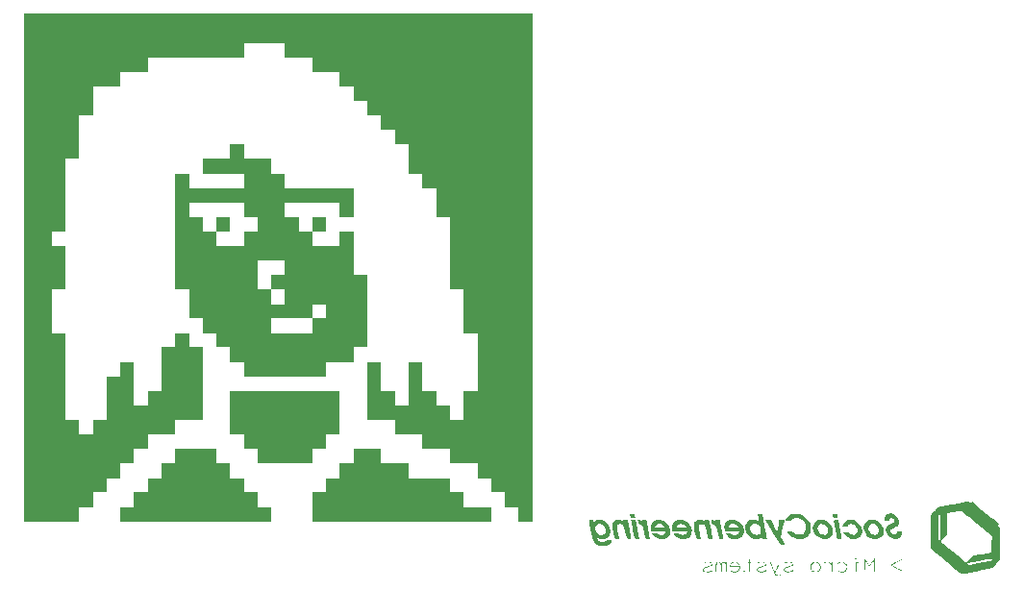
<source format=gbo>
G04 #@! TF.GenerationSoftware,KiCad,Pcbnew,9.0.3*
G04 #@! TF.CreationDate,2025-11-18T14:27:20+09:00*
G04 #@! TF.ProjectId,SpeedJeck,53706565-644a-4656-936b-2e6b69636164,1*
G04 #@! TF.SameCoordinates,Original*
G04 #@! TF.FileFunction,Legend,Bot*
G04 #@! TF.FilePolarity,Positive*
%FSLAX46Y46*%
G04 Gerber Fmt 4.6, Leading zero omitted, Abs format (unit mm)*
G04 Created by KiCad (PCBNEW 9.0.3) date 2025-11-18 14:27:20*
%MOMM*%
%LPD*%
G01*
G04 APERTURE LIST*
%ADD10C,0.000000*%
G04 APERTURE END LIST*
D10*
G36*
X181964487Y-92401040D02*
G01*
X181974487Y-92415856D01*
X181973333Y-92458044D01*
X181941854Y-92478669D01*
X181894351Y-92472822D01*
X181862096Y-92439347D01*
X181860564Y-92426844D01*
X181881961Y-92397262D01*
X181924276Y-92385790D01*
X181964487Y-92401040D01*
G37*
G36*
X180074575Y-88504462D02*
G01*
X180276987Y-88512102D01*
X180309195Y-88681436D01*
X180325124Y-88766745D01*
X180337627Y-88836873D01*
X180343010Y-88871403D01*
X180341891Y-88873706D01*
X180308745Y-88881714D01*
X180238815Y-88885560D01*
X180144516Y-88884429D01*
X180073007Y-88881663D01*
X179999434Y-88874224D01*
X179953722Y-88854101D01*
X179926578Y-88811649D01*
X179908706Y-88737224D01*
X179890811Y-88621180D01*
X179872162Y-88496822D01*
X180074575Y-88504462D01*
G37*
G36*
X177314526Y-92968233D02*
G01*
X177416221Y-92973712D01*
X177475771Y-92983924D01*
X177498514Y-92999436D01*
X177498607Y-93006085D01*
X177478534Y-93018408D01*
X177424924Y-93026397D01*
X177331606Y-93030708D01*
X177192411Y-93032000D01*
X177127759Y-93031782D01*
X177008651Y-93029297D01*
X176932820Y-93023516D01*
X176894096Y-93013781D01*
X176886308Y-92999436D01*
X176903122Y-92986017D01*
X176956474Y-92975002D01*
X177051125Y-92968810D01*
X177192411Y-92966872D01*
X177314526Y-92968233D01*
G37*
G36*
X162470762Y-88664031D02*
G01*
X162484215Y-88744846D01*
X162495252Y-88819232D01*
X162499488Y-88859416D01*
X162484115Y-88874315D01*
X162420255Y-88885989D01*
X162305859Y-88889846D01*
X162300007Y-88889848D01*
X162199587Y-88888791D01*
X162138463Y-88878787D01*
X162104424Y-88849773D01*
X162085259Y-88791685D01*
X162068756Y-88694461D01*
X162065921Y-88677182D01*
X162051732Y-88599531D01*
X162039560Y-88544666D01*
X162037580Y-88535640D01*
X162042389Y-88516268D01*
X162070403Y-88505217D01*
X162131247Y-88500237D01*
X162234545Y-88499077D01*
X162442037Y-88499077D01*
X162470762Y-88664031D01*
G37*
G36*
X162679186Y-89795128D02*
G01*
X162687012Y-89837535D01*
X162722475Y-90029600D01*
X162755145Y-90206386D01*
X162783689Y-90360701D01*
X162806778Y-90485353D01*
X162823080Y-90573151D01*
X162831265Y-90616902D01*
X162845131Y-90689702D01*
X162640417Y-90682030D01*
X162435702Y-90674359D01*
X162302457Y-89957949D01*
X162300599Y-89947955D01*
X162265000Y-89756602D01*
X162231739Y-89577896D01*
X162202252Y-89419551D01*
X162177977Y-89289284D01*
X162160351Y-89194811D01*
X162150811Y-89143846D01*
X162132409Y-89046154D01*
X162336691Y-89046154D01*
X162540973Y-89046154D01*
X162679186Y-89795128D01*
G37*
G36*
X182203954Y-92724859D02*
G01*
X182237484Y-92735779D01*
X182246360Y-92757271D01*
X182246331Y-92758896D01*
X182233134Y-92782302D01*
X182188830Y-92794214D01*
X182103078Y-92797538D01*
X181959796Y-92797538D01*
X181959796Y-93188308D01*
X181959796Y-93579077D01*
X182116103Y-93579077D01*
X182186693Y-93581844D01*
X182248682Y-93591252D01*
X182272411Y-93605128D01*
X182253085Y-93615023D01*
X182186820Y-93623723D01*
X182078583Y-93629246D01*
X181933744Y-93631179D01*
X181805113Y-93629693D01*
X181692009Y-93624595D01*
X181620206Y-93616269D01*
X181595078Y-93605128D01*
X181607641Y-93594468D01*
X181659450Y-93583378D01*
X181737714Y-93579077D01*
X181880351Y-93579077D01*
X181887509Y-93155743D01*
X181894667Y-92732410D01*
X182070514Y-92724707D01*
X182135416Y-92722593D01*
X182203954Y-92724859D01*
G37*
G36*
X169315005Y-89010083D02*
G01*
X169397872Y-89038254D01*
X169482479Y-89081148D01*
X169554993Y-89134076D01*
X169615728Y-89189436D01*
X169597456Y-89116590D01*
X169579184Y-89043745D01*
X169769018Y-89051462D01*
X169958853Y-89059179D01*
X170096495Y-89801641D01*
X170103370Y-89838726D01*
X170138878Y-90030165D01*
X170171599Y-90206450D01*
X170200193Y-90360365D01*
X170223319Y-90484697D01*
X170239636Y-90572228D01*
X170247802Y-90615743D01*
X170261467Y-90687384D01*
X170058356Y-90687384D01*
X169855244Y-90687384D01*
X169768876Y-90211949D01*
X169742387Y-90072931D01*
X169710772Y-89921775D01*
X169680299Y-89790146D01*
X169653448Y-89688664D01*
X169632693Y-89627953D01*
X169581792Y-89543111D01*
X169482693Y-89456764D01*
X169352472Y-89412148D01*
X169326609Y-89407577D01*
X169288968Y-89394639D01*
X169265375Y-89366796D01*
X169248157Y-89311909D01*
X169229640Y-89217838D01*
X169228890Y-89213752D01*
X169214432Y-89122109D01*
X169207509Y-89051528D01*
X169209615Y-89016993D01*
X169209819Y-89016668D01*
X169247710Y-89001325D01*
X169315005Y-89010083D01*
G37*
G36*
X179504871Y-92726168D02*
G01*
X179617188Y-92760712D01*
X179710911Y-92810610D01*
X179769299Y-92868996D01*
X179784394Y-92888997D01*
X179793843Y-92876055D01*
X179796747Y-92817077D01*
X179797316Y-92799486D01*
X179806653Y-92742406D01*
X179823590Y-92719384D01*
X179828052Y-92723880D01*
X179837187Y-92769975D01*
X179843968Y-92862991D01*
X179848189Y-92999302D01*
X179849642Y-93175282D01*
X179849385Y-93253364D01*
X179846751Y-93413219D01*
X179841436Y-93531891D01*
X179833646Y-93605753D01*
X179823590Y-93631179D01*
X179815633Y-93620276D01*
X179805957Y-93564647D01*
X179799737Y-93467571D01*
X179797539Y-93335442D01*
X179797536Y-93324877D01*
X179796320Y-93195715D01*
X179791649Y-93105789D01*
X179781673Y-93043075D01*
X179764542Y-92995549D01*
X179738405Y-92951186D01*
X179733932Y-92944608D01*
X179635945Y-92844280D01*
X179511925Y-92789010D01*
X179361584Y-92778667D01*
X179321162Y-92783119D01*
X179233869Y-92803411D01*
X179177111Y-92832269D01*
X179149211Y-92852277D01*
X179109753Y-92856276D01*
X179094155Y-92819917D01*
X179098394Y-92807025D01*
X179139072Y-92774639D01*
X179211102Y-92744850D01*
X179299943Y-92722853D01*
X179391057Y-92713843D01*
X179504871Y-92726168D01*
G37*
G36*
X180262845Y-89047479D02*
G01*
X180329819Y-89053867D01*
X180365314Y-89067804D01*
X180380461Y-89091743D01*
X180381123Y-89094245D01*
X180390431Y-89138249D01*
X180407499Y-89225460D01*
X180431007Y-89348899D01*
X180459635Y-89501584D01*
X180492064Y-89676534D01*
X180526975Y-89866769D01*
X180532487Y-89896931D01*
X180567100Y-90085257D01*
X180599028Y-90257218D01*
X180626950Y-90405833D01*
X180649548Y-90524121D01*
X180665500Y-90605102D01*
X180673489Y-90641795D01*
X180675775Y-90651736D01*
X180670709Y-90670647D01*
X180642191Y-90681419D01*
X180580679Y-90686261D01*
X180476628Y-90687384D01*
X180445674Y-90687172D01*
X180354250Y-90683709D01*
X180290324Y-90676887D01*
X180266192Y-90667846D01*
X180265621Y-90663200D01*
X180257951Y-90617654D01*
X180242260Y-90529580D01*
X180219730Y-90405457D01*
X180191541Y-90251765D01*
X180158874Y-90074982D01*
X180122910Y-89881587D01*
X180110843Y-89816769D01*
X180075773Y-89626945D01*
X180044420Y-89455110D01*
X180017971Y-89307907D01*
X179997610Y-89191977D01*
X179984524Y-89113964D01*
X179979898Y-89080510D01*
X179980933Y-89074626D01*
X180005186Y-89057963D01*
X180067002Y-89048895D01*
X180173527Y-89046154D01*
X180262845Y-89047479D01*
G37*
G36*
X180864684Y-92746348D02*
G01*
X181001842Y-92807839D01*
X181103390Y-92906359D01*
X181116046Y-92926082D01*
X181158339Y-93035648D01*
X181176808Y-93167407D01*
X181167968Y-93300111D01*
X181141822Y-93374311D01*
X181073554Y-93475148D01*
X180980908Y-93561919D01*
X180878667Y-93618357D01*
X180775641Y-93643808D01*
X180619238Y-93648856D01*
X180470000Y-93618006D01*
X180345005Y-93553340D01*
X180327050Y-93538995D01*
X180295837Y-93502587D01*
X180306270Y-93486654D01*
X180352740Y-93493140D01*
X180429635Y-93523992D01*
X180525612Y-93560982D01*
X180673077Y-93583186D01*
X180810981Y-93565562D01*
X180931631Y-93512035D01*
X181027334Y-93426529D01*
X181090398Y-93312970D01*
X181113129Y-93175282D01*
X181109872Y-93117724D01*
X181071105Y-92984370D01*
X180991339Y-92880750D01*
X180874064Y-92810424D01*
X180722766Y-92776951D01*
X180708526Y-92776011D01*
X180614218Y-92779018D01*
X180516911Y-92794377D01*
X180430367Y-92818416D01*
X180368347Y-92847463D01*
X180344616Y-92877847D01*
X180339424Y-92889418D01*
X180303368Y-92901743D01*
X180289416Y-92900416D01*
X180272013Y-92879924D01*
X180294541Y-92839764D01*
X180354093Y-92786537D01*
X180411243Y-92755449D01*
X180495936Y-92734656D01*
X180618497Y-92723539D01*
X180693587Y-92722515D01*
X180864684Y-92746348D01*
G37*
G36*
X185970376Y-92514712D02*
G01*
X185967374Y-92532396D01*
X185923901Y-92565673D01*
X185838077Y-92615716D01*
X185708024Y-92683701D01*
X185531861Y-92770801D01*
X185403024Y-92833630D01*
X185282112Y-92893144D01*
X185185258Y-92941412D01*
X185120083Y-92974632D01*
X185094209Y-92989005D01*
X185109163Y-93001722D01*
X185163502Y-93034785D01*
X185250637Y-93083958D01*
X185363463Y-93145239D01*
X185494874Y-93214626D01*
X185509178Y-93222084D01*
X185666670Y-93304547D01*
X185784027Y-93367086D01*
X185867046Y-93413221D01*
X185921525Y-93446472D01*
X185953261Y-93470357D01*
X185968051Y-93488398D01*
X185971693Y-93504113D01*
X185971535Y-93507325D01*
X185955777Y-93526974D01*
X185922255Y-93515604D01*
X185853095Y-93483047D01*
X185756851Y-93433836D01*
X185641654Y-93372516D01*
X185515639Y-93303633D01*
X185386939Y-93231732D01*
X185263686Y-93161358D01*
X185154014Y-93097056D01*
X185066057Y-93043372D01*
X185007947Y-93004850D01*
X184987817Y-92986036D01*
X184997813Y-92976386D01*
X185046977Y-92945730D01*
X185129391Y-92900133D01*
X185236406Y-92843872D01*
X185359374Y-92781229D01*
X185489646Y-92716482D01*
X185618574Y-92653911D01*
X185737509Y-92597795D01*
X185837804Y-92552414D01*
X185910810Y-92522047D01*
X185947878Y-92510974D01*
X185970376Y-92514712D01*
G37*
G36*
X178813640Y-93320522D02*
G01*
X178796975Y-93386519D01*
X178766904Y-93438787D01*
X178740625Y-93471610D01*
X178624012Y-93574097D01*
X178491776Y-93630721D01*
X178374000Y-93641481D01*
X178240795Y-93626765D01*
X178126045Y-93589000D01*
X178101446Y-93575348D01*
X178004520Y-93489027D01*
X177939985Y-93374954D01*
X177908051Y-93244072D01*
X177908541Y-93167402D01*
X177973949Y-93167402D01*
X177982159Y-93268066D01*
X178026602Y-93391305D01*
X178115113Y-93499286D01*
X178133633Y-93514350D01*
X178227746Y-93557158D01*
X178344919Y-93575845D01*
X178466101Y-93568926D01*
X178572243Y-93534917D01*
X178666204Y-93460926D01*
X178730543Y-93356658D01*
X178762003Y-93235461D01*
X178760746Y-93108933D01*
X178726931Y-92988672D01*
X178660718Y-92886274D01*
X178562268Y-92813337D01*
X178539919Y-92803439D01*
X178403491Y-92771254D01*
X178272221Y-92783237D01*
X178154870Y-92834117D01*
X178060200Y-92918620D01*
X177996972Y-93031473D01*
X177973949Y-93167402D01*
X177908541Y-93167402D01*
X177908925Y-93107326D01*
X177942816Y-92975660D01*
X178009932Y-92860019D01*
X178110481Y-92771346D01*
X178155350Y-92749609D01*
X178271917Y-92721788D01*
X178402719Y-92717422D01*
X178527373Y-92736247D01*
X178625496Y-92778000D01*
X178630408Y-92781359D01*
X178724822Y-92857689D01*
X178783018Y-92938652D01*
X178812461Y-93039449D01*
X178820616Y-93175282D01*
X178820138Y-93224913D01*
X178819421Y-93235461D01*
X178813640Y-93320522D01*
G37*
G36*
X172570105Y-92475721D02*
G01*
X172581690Y-92530513D01*
X172581693Y-92531098D01*
X172587633Y-92628212D01*
X172610659Y-92685221D01*
X172660495Y-92713552D01*
X172746862Y-92724630D01*
X172803494Y-92729945D01*
X172864497Y-92745193D01*
X172874816Y-92763829D01*
X172834639Y-92781134D01*
X172744155Y-92792387D01*
X172607385Y-92800261D01*
X172607001Y-93131054D01*
X172604695Y-93292101D01*
X172596293Y-93414281D01*
X172579231Y-93500404D01*
X172550941Y-93558541D01*
X172508853Y-93596765D01*
X172450398Y-93623148D01*
X172373118Y-93636737D01*
X172278388Y-93634834D01*
X172180792Y-93620091D01*
X172094071Y-93595458D01*
X172031962Y-93563879D01*
X172008206Y-93528303D01*
X172008828Y-93519925D01*
X172024319Y-93503334D01*
X172067487Y-93509770D01*
X172147470Y-93540000D01*
X172155066Y-93543103D01*
X172278648Y-93574694D01*
X172391317Y-93570346D01*
X172479299Y-93530455D01*
X172495406Y-93516002D01*
X172523895Y-93473793D01*
X172540588Y-93409854D01*
X172550349Y-93309019D01*
X172553186Y-93229584D01*
X172551520Y-93091939D01*
X172543328Y-92967893D01*
X172525303Y-92799582D01*
X172312344Y-92792047D01*
X172217871Y-92786479D01*
X172135502Y-92774742D01*
X172104466Y-92760320D01*
X172124578Y-92745599D01*
X172195656Y-92732961D01*
X172317517Y-92724792D01*
X172535648Y-92717174D01*
X172523238Y-92588023D01*
X172519036Y-92520757D01*
X172525271Y-92472779D01*
X172546081Y-92458872D01*
X172570105Y-92475721D01*
G37*
G36*
X174708641Y-89552387D02*
G01*
X174749605Y-89625332D01*
X174828299Y-89762655D01*
X174897123Y-89879069D01*
X174952295Y-89968374D01*
X174990032Y-90024368D01*
X175006553Y-90040849D01*
X175006746Y-90040597D01*
X175015576Y-90008628D01*
X175030390Y-89933727D01*
X175049720Y-89824213D01*
X175072093Y-89688403D01*
X175096040Y-89534615D01*
X175170052Y-89046154D01*
X175399693Y-89046154D01*
X175447746Y-89046426D01*
X175540798Y-89048762D01*
X175605242Y-89052972D01*
X175629334Y-89058429D01*
X175629209Y-89059497D01*
X175622309Y-89094230D01*
X175605876Y-89172297D01*
X175581320Y-89287127D01*
X175550053Y-89432148D01*
X175513485Y-89600789D01*
X175473026Y-89786478D01*
X175467119Y-89813544D01*
X175427068Y-89997921D01*
X175391122Y-90164871D01*
X175360696Y-90307701D01*
X175337209Y-90419720D01*
X175322077Y-90494236D01*
X175316719Y-90524557D01*
X175322922Y-90540963D01*
X175351757Y-90595028D01*
X175398743Y-90675438D01*
X175457934Y-90771779D01*
X175491430Y-90825331D01*
X175561069Y-90937775D01*
X175623673Y-91040188D01*
X175668820Y-91115578D01*
X175738490Y-91234461D01*
X175521092Y-91234287D01*
X175303693Y-91234112D01*
X174666881Y-90198748D01*
X174550927Y-90010249D01*
X174426870Y-89808637D01*
X174312792Y-89623303D01*
X174211578Y-89458933D01*
X174126113Y-89320211D01*
X174059282Y-89211820D01*
X174013971Y-89138444D01*
X173993065Y-89104769D01*
X173956060Y-89046154D01*
X174191132Y-89046154D01*
X174426204Y-89046154D01*
X174708641Y-89552387D01*
G37*
G36*
X162828181Y-89011112D02*
G01*
X162846200Y-89014427D01*
X162939336Y-89044408D01*
X163027026Y-89088559D01*
X163064809Y-89112448D01*
X163105984Y-89134192D01*
X163122008Y-89129178D01*
X163124719Y-89098626D01*
X163124778Y-89094063D01*
X163131280Y-89068288D01*
X163156394Y-89053852D01*
X163211275Y-89047543D01*
X163307078Y-89046154D01*
X163314346Y-89046171D01*
X163402834Y-89049353D01*
X163465590Y-89056971D01*
X163489437Y-89067485D01*
X163489979Y-89072255D01*
X163497574Y-89118188D01*
X163513201Y-89206632D01*
X163535682Y-89331087D01*
X163563836Y-89485056D01*
X163596485Y-89662038D01*
X163632449Y-89855536D01*
X163644571Y-89920639D01*
X163679642Y-90110301D01*
X163711012Y-90281875D01*
X163737493Y-90428736D01*
X163757898Y-90544263D01*
X163771039Y-90621832D01*
X163775731Y-90654820D01*
X163775661Y-90656338D01*
X163754557Y-90674180D01*
X163692226Y-90684232D01*
X163583403Y-90687384D01*
X163492874Y-90685120D01*
X163411383Y-90674459D01*
X163378467Y-90654820D01*
X163370458Y-90621570D01*
X163354819Y-90545159D01*
X163333363Y-90434605D01*
X163307778Y-90298618D01*
X163279754Y-90145908D01*
X163256884Y-90024904D01*
X163224578Y-89869868D01*
X163193977Y-89740262D01*
X163167173Y-89644770D01*
X163146262Y-89592080D01*
X163119968Y-89555783D01*
X163042507Y-89483902D01*
X162952734Y-89431385D01*
X162870074Y-89410969D01*
X162826154Y-89398261D01*
X162790518Y-89352578D01*
X162763958Y-89267539D01*
X162743556Y-89136821D01*
X162727029Y-88996204D01*
X162828181Y-89011112D01*
G37*
G36*
X184372816Y-89949969D02*
G01*
X184374673Y-90083334D01*
X184336894Y-90261440D01*
X184255854Y-90419757D01*
X184136285Y-90551978D01*
X183982918Y-90651798D01*
X183800482Y-90712911D01*
X183623588Y-90726086D01*
X183427655Y-90696360D01*
X183231790Y-90625515D01*
X183046043Y-90517239D01*
X182880463Y-90375221D01*
X182824676Y-90312392D01*
X182714424Y-90144755D01*
X182644069Y-89966405D01*
X182612865Y-89784427D01*
X182615156Y-89727631D01*
X183030148Y-89727631D01*
X183035837Y-89853007D01*
X183073024Y-89980315D01*
X183141555Y-90102061D01*
X183241278Y-90210753D01*
X183372040Y-90298898D01*
X183448812Y-90330322D01*
X183582291Y-90349354D01*
X183707161Y-90326896D01*
X183815178Y-90268198D01*
X183898101Y-90178511D01*
X183947686Y-90063083D01*
X183955689Y-89927166D01*
X183934343Y-89818038D01*
X183869210Y-89667668D01*
X183771272Y-89543316D01*
X183647820Y-89451470D01*
X183506146Y-89398621D01*
X183353542Y-89391258D01*
X183325418Y-89395302D01*
X183203591Y-89438022D01*
X183113872Y-89512645D01*
X183056109Y-89611679D01*
X183030148Y-89727631D01*
X182615156Y-89727631D01*
X182620067Y-89605909D01*
X182664928Y-89437934D01*
X182746704Y-89287589D01*
X182864648Y-89161959D01*
X183018015Y-89068131D01*
X183052811Y-89054778D01*
X183186680Y-89025968D01*
X183342579Y-89017220D01*
X183500650Y-89028766D01*
X183641038Y-89060839D01*
X183732469Y-89096586D01*
X183929560Y-89209775D01*
X184097790Y-89358573D01*
X184231510Y-89536115D01*
X184325069Y-89735535D01*
X184367739Y-89927166D01*
X184372816Y-89949969D01*
G37*
G36*
X179893230Y-90138344D02*
G01*
X179855529Y-90289354D01*
X179778723Y-90432588D01*
X179723783Y-90498985D01*
X179607497Y-90594855D01*
X179471691Y-90669921D01*
X179336244Y-90711647D01*
X179208263Y-90723931D01*
X179010847Y-90709675D01*
X178825078Y-90658190D01*
X178654317Y-90574563D01*
X178501926Y-90463880D01*
X178371266Y-90331231D01*
X178265697Y-90181701D01*
X178188580Y-90020380D01*
X178143277Y-89852352D01*
X178138172Y-89766836D01*
X178551178Y-89766836D01*
X178572809Y-89917729D01*
X178600379Y-89990124D01*
X178678786Y-90115424D01*
X178782820Y-90224525D01*
X178897316Y-90299582D01*
X178923356Y-90310315D01*
X179041835Y-90339537D01*
X179163062Y-90344524D01*
X179263488Y-90323722D01*
X179277772Y-90317278D01*
X179374152Y-90244263D01*
X179444613Y-90138224D01*
X179478628Y-90014306D01*
X179475722Y-89869745D01*
X179428494Y-89723091D01*
X179331985Y-89585754D01*
X179317161Y-89569790D01*
X179193885Y-89468333D01*
X179064810Y-89408876D01*
X178936768Y-89388431D01*
X178816592Y-89404012D01*
X178711112Y-89452630D01*
X178627162Y-89531299D01*
X178571574Y-89637030D01*
X178551178Y-89766836D01*
X178138172Y-89766836D01*
X178133149Y-89682708D01*
X178161557Y-89516532D01*
X178231861Y-89358914D01*
X178347423Y-89214940D01*
X178433280Y-89140238D01*
X178557955Y-89066730D01*
X178698388Y-89027618D01*
X178870175Y-89016996D01*
X178889267Y-89017346D01*
X179105857Y-89047570D01*
X179308502Y-89122004D01*
X179491007Y-89234964D01*
X179647177Y-89380762D01*
X179770817Y-89553712D01*
X179855731Y-89748128D01*
X179895724Y-89958324D01*
X179896021Y-89962556D01*
X179895199Y-90014306D01*
X179893230Y-90138344D01*
G37*
G36*
X171712571Y-93091538D02*
G01*
X171713552Y-93244746D01*
X171663026Y-93396185D01*
X171610653Y-93480937D01*
X171509361Y-93577070D01*
X171379776Y-93632362D01*
X171317616Y-93643409D01*
X171186087Y-93644315D01*
X171055560Y-93620846D01*
X170942501Y-93576723D01*
X170863375Y-93515666D01*
X170849922Y-93497332D01*
X170850344Y-93477415D01*
X170893444Y-93487297D01*
X170979180Y-93526974D01*
X171038410Y-93551299D01*
X171180458Y-93577417D01*
X171328031Y-93569762D01*
X171458582Y-93528274D01*
X171460895Y-93527080D01*
X171554917Y-93451524D01*
X171619491Y-93346501D01*
X171643488Y-93229960D01*
X171643488Y-93162256D01*
X171223237Y-93162256D01*
X170802987Y-93162256D01*
X170817137Y-93056757D01*
X170888001Y-93056757D01*
X170888177Y-93064616D01*
X170893085Y-93083172D01*
X170910695Y-93095856D01*
X170948885Y-93103782D01*
X171015537Y-93108064D01*
X171118530Y-93109817D01*
X171265744Y-93110154D01*
X171407494Y-93109582D01*
X171524499Y-93105845D01*
X171599791Y-93096057D01*
X171638897Y-93077335D01*
X171647344Y-93046795D01*
X171630657Y-93001557D01*
X171594364Y-92938735D01*
X171583620Y-92922313D01*
X171502232Y-92842356D01*
X171399258Y-92793386D01*
X171284697Y-92773733D01*
X171168547Y-92781727D01*
X171060804Y-92815697D01*
X170971467Y-92873972D01*
X170910534Y-92954882D01*
X170888001Y-93056757D01*
X170817137Y-93056757D01*
X170817534Y-93053794D01*
X170824419Y-93014703D01*
X170876311Y-92887227D01*
X170966691Y-92792867D01*
X171092162Y-92734293D01*
X171249329Y-92714174D01*
X171385501Y-92726101D01*
X171512039Y-92772704D01*
X171608670Y-92858215D01*
X171681571Y-92986527D01*
X171699363Y-93046795D01*
X171712571Y-93091538D01*
G37*
G36*
X169078423Y-92736796D02*
G01*
X169181726Y-92782998D01*
X169248873Y-92848809D01*
X169272821Y-92931321D01*
X169270604Y-92966184D01*
X169254964Y-93014663D01*
X169219061Y-93056465D01*
X169156747Y-93095056D01*
X169061876Y-93133905D01*
X168928299Y-93176476D01*
X168749868Y-93226239D01*
X168686995Y-93245611D01*
X168584295Y-93296573D01*
X168531447Y-93359210D01*
X168527649Y-93434271D01*
X168542253Y-93470282D01*
X168607610Y-93530691D01*
X168719012Y-93566972D01*
X168876343Y-93579077D01*
X168978670Y-93575175D01*
X169081808Y-93556314D01*
X169177724Y-93517240D01*
X169224737Y-93495706D01*
X169285186Y-93476650D01*
X169315004Y-93479897D01*
X169318550Y-93491374D01*
X169296938Y-93528156D01*
X169235335Y-93568149D01*
X169142035Y-93606782D01*
X169025334Y-93639485D01*
X168992142Y-93645915D01*
X168859136Y-93652094D01*
X168701207Y-93629070D01*
X168645310Y-93613959D01*
X168542056Y-93558938D01*
X168483521Y-93478234D01*
X168470477Y-93372704D01*
X168480365Y-93317756D01*
X168512288Y-93269377D01*
X168579398Y-93224232D01*
X168626885Y-93201516D01*
X168728421Y-93164800D01*
X168833315Y-93137621D01*
X168897661Y-93123478D01*
X168998871Y-93096323D01*
X169076414Y-93069825D01*
X169133029Y-93040128D01*
X169193690Y-92979261D01*
X169207149Y-92913156D01*
X169172981Y-92849920D01*
X169090758Y-92797661D01*
X169058952Y-92787708D01*
X168967237Y-92775633D01*
X168858159Y-92775391D01*
X168748970Y-92785734D01*
X168656926Y-92805414D01*
X168599278Y-92833185D01*
X168551092Y-92865962D01*
X168508639Y-92873939D01*
X168491283Y-92850241D01*
X168513974Y-92812503D01*
X168574952Y-92773195D01*
X168660701Y-92739676D01*
X168757696Y-92718627D01*
X168791529Y-92714856D01*
X168946009Y-92713113D01*
X169078423Y-92736796D01*
G37*
G36*
X181620277Y-89026530D02*
G01*
X181744445Y-89053869D01*
X181905901Y-89124217D01*
X182100825Y-89254073D01*
X182265215Y-89418379D01*
X182390076Y-89609394D01*
X182419187Y-89677907D01*
X182458088Y-89822524D01*
X182478627Y-89979371D01*
X182478793Y-90129024D01*
X182456578Y-90252061D01*
X182445363Y-90283108D01*
X182359035Y-90436530D01*
X182234974Y-90564887D01*
X182083496Y-90659428D01*
X181914919Y-90711405D01*
X181906283Y-90712746D01*
X181685489Y-90720668D01*
X181470734Y-90679945D01*
X181269790Y-90593869D01*
X181090429Y-90465729D01*
X180940421Y-90298817D01*
X180836148Y-90153333D01*
X181063469Y-90145745D01*
X181170024Y-90142959D01*
X181243445Y-90145283D01*
X181292157Y-90156079D01*
X181330120Y-90178522D01*
X181371292Y-90215789D01*
X181465434Y-90286502D01*
X181591240Y-90336577D01*
X181720618Y-90349077D01*
X181842916Y-90324771D01*
X181947480Y-90264424D01*
X182023659Y-90168805D01*
X182050171Y-90087302D01*
X182062450Y-89969151D01*
X182055446Y-89846321D01*
X182028872Y-89742189D01*
X182025763Y-89734904D01*
X181938194Y-89592097D01*
X181818093Y-89482005D01*
X181674617Y-89411010D01*
X181516924Y-89385490D01*
X181448628Y-89391233D01*
X181345014Y-89422635D01*
X181263075Y-89474589D01*
X181217905Y-89539331D01*
X181213147Y-89552431D01*
X181197525Y-89574351D01*
X181167194Y-89588062D01*
X181112812Y-89595215D01*
X181025036Y-89597461D01*
X180894525Y-89596448D01*
X180838725Y-89594750D01*
X180772740Y-89589562D01*
X180742076Y-89582554D01*
X180740794Y-89568024D01*
X180751164Y-89515405D01*
X180773361Y-89440239D01*
X180787876Y-89402530D01*
X180870446Y-89271120D01*
X180992179Y-89156175D01*
X181143020Y-89067822D01*
X181193342Y-89049862D01*
X181323928Y-89025009D01*
X181473172Y-89017071D01*
X181620277Y-89026530D01*
G37*
G36*
X175244524Y-92719750D02*
G01*
X175264616Y-92733694D01*
X175264446Y-92734611D01*
X175251072Y-92766661D01*
X175218800Y-92837274D01*
X175171088Y-92939062D01*
X175111395Y-93064639D01*
X175043180Y-93206617D01*
X175035289Y-93222976D01*
X174967702Y-93364510D01*
X174909070Y-93489737D01*
X174862878Y-93591034D01*
X174832608Y-93660775D01*
X174821744Y-93691335D01*
X174823349Y-93699173D01*
X174846159Y-93743623D01*
X174887369Y-93803479D01*
X174904399Y-93824008D01*
X174996391Y-93891500D01*
X175102748Y-93911472D01*
X175214234Y-93881713D01*
X175240339Y-93869925D01*
X175299593Y-93854586D01*
X175332078Y-93863463D01*
X175327504Y-93895318D01*
X175306626Y-93915467D01*
X175255438Y-93943969D01*
X175240948Y-93949413D01*
X175121676Y-93969717D01*
X175000344Y-93954617D01*
X174893180Y-93908165D01*
X174816414Y-93834408D01*
X174812078Y-93827144D01*
X174784832Y-93772583D01*
X174743497Y-93682349D01*
X174691980Y-93565699D01*
X174634190Y-93431893D01*
X174574031Y-93290188D01*
X174515413Y-93149842D01*
X174462241Y-93020114D01*
X174418423Y-92910262D01*
X174387866Y-92829543D01*
X174374478Y-92787215D01*
X174373914Y-92752193D01*
X174393142Y-92728228D01*
X174422817Y-92740698D01*
X174447081Y-92789175D01*
X174453921Y-92811119D01*
X174478978Y-92879481D01*
X174517065Y-92977551D01*
X174563617Y-93094151D01*
X174614066Y-93218103D01*
X174663847Y-93338227D01*
X174708394Y-93443346D01*
X174743141Y-93522281D01*
X174763520Y-93563854D01*
X174763691Y-93564088D01*
X174779923Y-93548175D01*
X174815032Y-93492407D01*
X174865200Y-93403541D01*
X174926607Y-93288335D01*
X174995433Y-93153546D01*
X174995641Y-93153129D01*
X175065434Y-93016398D01*
X175128718Y-92897376D01*
X175181413Y-92803346D01*
X175219439Y-92741588D01*
X175238715Y-92719384D01*
X175244524Y-92719750D01*
G37*
G36*
X173719824Y-92717316D02*
G01*
X173818919Y-92730819D01*
X173892912Y-92758927D01*
X173955539Y-92805074D01*
X173974643Y-92824728D01*
X174011932Y-92899842D01*
X174003008Y-92977208D01*
X173951688Y-93050611D01*
X173861792Y-93113832D01*
X173737138Y-93160655D01*
X173625195Y-93190037D01*
X173503851Y-93223460D01*
X173418940Y-93249876D01*
X173362106Y-93272269D01*
X173324992Y-93293619D01*
X173299242Y-93316909D01*
X173282243Y-93339993D01*
X173265848Y-93411909D01*
X173293664Y-93482843D01*
X173361956Y-93539526D01*
X173394984Y-93553302D01*
X173494260Y-93573689D01*
X173612270Y-93578347D01*
X173734971Y-93568819D01*
X173848320Y-93546645D01*
X173938274Y-93513366D01*
X173990791Y-93470524D01*
X174010842Y-93457478D01*
X174047416Y-93465859D01*
X174066257Y-93496844D01*
X174065633Y-93500610D01*
X174036663Y-93531077D01*
X173975257Y-93567758D01*
X173896390Y-93602810D01*
X173815040Y-93628391D01*
X173658034Y-93651326D01*
X173502251Y-93645746D01*
X173368292Y-93611242D01*
X173267955Y-93549514D01*
X173243393Y-93523755D01*
X173214529Y-93466180D01*
X173211858Y-93385178D01*
X173211984Y-93383486D01*
X173223755Y-93313339D01*
X173255170Y-93267403D01*
X173320731Y-93224243D01*
X173368218Y-93201523D01*
X173469754Y-93164802D01*
X173574648Y-93137621D01*
X173652794Y-93120547D01*
X173800309Y-93074547D01*
X173898940Y-93020309D01*
X173947743Y-92958464D01*
X173945776Y-92889641D01*
X173910581Y-92844311D01*
X173832870Y-92803331D01*
X173729017Y-92778242D01*
X173612111Y-92769817D01*
X173495238Y-92778831D01*
X173391488Y-92806058D01*
X173313948Y-92852271D01*
X173273748Y-92879567D01*
X173245478Y-92875427D01*
X173243512Y-92872013D01*
X173243328Y-92826412D01*
X173286490Y-92784146D01*
X173364851Y-92748964D01*
X173470265Y-92724614D01*
X173594582Y-92714842D01*
X173719824Y-92717316D01*
G37*
G36*
X176029326Y-92715875D02*
G01*
X176180352Y-92734931D01*
X176291945Y-92777950D01*
X176361102Y-92843342D01*
X176384821Y-92929517D01*
X176375671Y-92976588D01*
X176323342Y-93050795D01*
X176231445Y-93114327D01*
X176107805Y-93160655D01*
X175995862Y-93190037D01*
X175874518Y-93223460D01*
X175789607Y-93249876D01*
X175732773Y-93272269D01*
X175695659Y-93293619D01*
X175669909Y-93316909D01*
X175652910Y-93339993D01*
X175636514Y-93411909D01*
X175664331Y-93482843D01*
X175732623Y-93539526D01*
X175765651Y-93553302D01*
X175864927Y-93573689D01*
X175982936Y-93578347D01*
X176105637Y-93568819D01*
X176218987Y-93546645D01*
X176308941Y-93513366D01*
X176361457Y-93470524D01*
X176381385Y-93457537D01*
X176418020Y-93465761D01*
X176436924Y-93496536D01*
X176431721Y-93506933D01*
X176391712Y-93537707D01*
X176324936Y-93573893D01*
X176246705Y-93607692D01*
X176172329Y-93631306D01*
X176017989Y-93652483D01*
X175867491Y-93644771D01*
X175736507Y-93609754D01*
X175638622Y-93549514D01*
X175614060Y-93523755D01*
X175585196Y-93466180D01*
X175582524Y-93385178D01*
X175582651Y-93383486D01*
X175594422Y-93313339D01*
X175625837Y-93267403D01*
X175691398Y-93224243D01*
X175738884Y-93201523D01*
X175840421Y-93164802D01*
X175945315Y-93137621D01*
X175987746Y-93128701D01*
X176135089Y-93086400D01*
X176242608Y-93036031D01*
X176307913Y-92980381D01*
X176328615Y-92922235D01*
X176302324Y-92864380D01*
X176226650Y-92809600D01*
X176214744Y-92803959D01*
X176125917Y-92780245D01*
X176016381Y-92772171D01*
X175900564Y-92778275D01*
X175792894Y-92797095D01*
X175707801Y-92827170D01*
X175659711Y-92867037D01*
X175641504Y-92889595D01*
X175618376Y-92879038D01*
X175615550Y-92874046D01*
X175614612Y-92825971D01*
X175657820Y-92782764D01*
X175737958Y-92747695D01*
X175847812Y-92724034D01*
X175980169Y-92715052D01*
X176029326Y-92715875D01*
G37*
G36*
X161130600Y-89021516D02*
G01*
X161224014Y-89045229D01*
X161329932Y-89093441D01*
X161483540Y-89172662D01*
X161467362Y-89108204D01*
X161451184Y-89043745D01*
X161643182Y-89051462D01*
X161835180Y-89059179D01*
X161983231Y-89840718D01*
X161997982Y-89918706D01*
X162033847Y-90109387D01*
X162065977Y-90281691D01*
X162093165Y-90429056D01*
X162114206Y-90544922D01*
X162127895Y-90622729D01*
X162133026Y-90655916D01*
X162130806Y-90664960D01*
X162103929Y-90678393D01*
X162040568Y-90683731D01*
X161933093Y-90681967D01*
X161731415Y-90674359D01*
X161644851Y-90205436D01*
X161624835Y-90099661D01*
X161584310Y-89906376D01*
X161545369Y-89755370D01*
X161505534Y-89640111D01*
X161462328Y-89554063D01*
X161413273Y-89490695D01*
X161355892Y-89443473D01*
X161280017Y-89405349D01*
X161166642Y-89383260D01*
X161059537Y-89397804D01*
X160974304Y-89448764D01*
X160944724Y-89485711D01*
X160923292Y-89536082D01*
X160913179Y-89603599D01*
X160914514Y-89694975D01*
X160927427Y-89816924D01*
X160952050Y-89976156D01*
X160988514Y-90179384D01*
X161005520Y-90271640D01*
X161029657Y-90406747D01*
X161048959Y-90519989D01*
X161061776Y-90601595D01*
X161066463Y-90641795D01*
X161066464Y-90642161D01*
X161059697Y-90665680D01*
X161032383Y-90679397D01*
X160974020Y-90685802D01*
X160874107Y-90687384D01*
X160836461Y-90687289D01*
X160751508Y-90684832D01*
X160702893Y-90676500D01*
X160678751Y-90658933D01*
X160667213Y-90628769D01*
X160660380Y-90599924D01*
X160634725Y-90479580D01*
X160606556Y-90332688D01*
X160577679Y-90170341D01*
X160549901Y-90003634D01*
X160525027Y-89843660D01*
X160504864Y-89701514D01*
X160491217Y-89588288D01*
X160485894Y-89515077D01*
X160487103Y-89456939D01*
X160515582Y-89297948D01*
X160581802Y-89174651D01*
X160686151Y-89086681D01*
X160829014Y-89033668D01*
X161010778Y-89015246D01*
X161020760Y-89015213D01*
X161130600Y-89021516D01*
G37*
G36*
X183556966Y-92393148D02*
G01*
X183562771Y-92450346D01*
X183567729Y-92547549D01*
X183571585Y-92677650D01*
X183574085Y-92833542D01*
X183574975Y-93008119D01*
X183574889Y-93095932D01*
X183573836Y-93281064D01*
X183571382Y-93420911D01*
X183567269Y-93520336D01*
X183561241Y-93584201D01*
X183553040Y-93617368D01*
X183542411Y-93624701D01*
X183538759Y-93622376D01*
X183526983Y-93594441D01*
X183517293Y-93532525D01*
X183509297Y-93432097D01*
X183502604Y-93288628D01*
X183496821Y-93097589D01*
X183483796Y-92581296D01*
X183307805Y-92845725D01*
X183304878Y-92850119D01*
X183235815Y-92951259D01*
X183176275Y-93033923D01*
X183132529Y-93089693D01*
X183110845Y-93110154D01*
X183110288Y-93110077D01*
X183086877Y-93087458D01*
X183041318Y-93030262D01*
X182979945Y-92946803D01*
X182909092Y-92845391D01*
X182728308Y-92580629D01*
X182721256Y-93105904D01*
X182719994Y-93192946D01*
X182716798Y-93352858D01*
X182712648Y-93469698D01*
X182707002Y-93549708D01*
X182699317Y-93599131D01*
X182689053Y-93624207D01*
X182675666Y-93631179D01*
X182673642Y-93631058D01*
X182661811Y-93622683D01*
X182652780Y-93596995D01*
X182646193Y-93548197D01*
X182641691Y-93470491D01*
X182638918Y-93358079D01*
X182637517Y-93205164D01*
X182637129Y-93005949D01*
X182637563Y-92883666D01*
X182639601Y-92721589D01*
X182643078Y-92583136D01*
X182647738Y-92475428D01*
X182653325Y-92405582D01*
X182659583Y-92380718D01*
X182664860Y-92383885D01*
X182695761Y-92419293D01*
X182746959Y-92487772D01*
X182812776Y-92581544D01*
X182887532Y-92692834D01*
X182917337Y-92737896D01*
X182988100Y-92843122D01*
X183046753Y-92927867D01*
X183087877Y-92984390D01*
X183106052Y-93004951D01*
X183110084Y-93001684D01*
X183137883Y-92966131D01*
X183186510Y-92897645D01*
X183250546Y-92803966D01*
X183324572Y-92692834D01*
X183354013Y-92648464D01*
X183426004Y-92542989D01*
X183486872Y-92458023D01*
X183530937Y-92401340D01*
X183552521Y-92380718D01*
X183556966Y-92393148D01*
G37*
G36*
X168412791Y-89046430D02*
G01*
X168549018Y-89111917D01*
X168647590Y-89177149D01*
X168647590Y-89111651D01*
X168647915Y-89094173D01*
X168654946Y-89067022D01*
X168679966Y-89052698D01*
X168734345Y-89047107D01*
X168829453Y-89046154D01*
X168850087Y-89046183D01*
X168938132Y-89048276D01*
X168988466Y-89056300D01*
X169013277Y-89073911D01*
X169024753Y-89104769D01*
X169025106Y-89106350D01*
X169033965Y-89150792D01*
X169050732Y-89238641D01*
X169074056Y-89362682D01*
X169102585Y-89515698D01*
X169134968Y-89690474D01*
X169169856Y-89879795D01*
X169173390Y-89899013D01*
X169208023Y-90086313D01*
X169240034Y-90257615D01*
X169268077Y-90405866D01*
X169290811Y-90524014D01*
X169306893Y-90605008D01*
X169314979Y-90641795D01*
X169317166Y-90650882D01*
X169312830Y-90670246D01*
X169285196Y-90681276D01*
X169224670Y-90686234D01*
X169121658Y-90687384D01*
X168914882Y-90687384D01*
X168884236Y-90524564D01*
X168852343Y-90356048D01*
X168809880Y-90137099D01*
X168773603Y-89960477D01*
X168741818Y-89820742D01*
X168712834Y-89712452D01*
X168684958Y-89630166D01*
X168656497Y-89568444D01*
X168625760Y-89521846D01*
X168591053Y-89484930D01*
X168550686Y-89452257D01*
X168475656Y-89412800D01*
X168366382Y-89389952D01*
X168258622Y-89397491D01*
X168172155Y-89436251D01*
X168139715Y-89464788D01*
X168114213Y-89504227D01*
X168103083Y-89561517D01*
X168100718Y-89653737D01*
X168101965Y-89688521D01*
X168111377Y-89791052D01*
X168128504Y-89924664D01*
X168151538Y-90075945D01*
X168178667Y-90231487D01*
X168196350Y-90326804D01*
X168220240Y-90457417D01*
X168239325Y-90564020D01*
X168251989Y-90637550D01*
X168256617Y-90668942D01*
X168255198Y-90671353D01*
X168220843Y-90679297D01*
X168149926Y-90683104D01*
X168054924Y-90681967D01*
X167853026Y-90674359D01*
X167754856Y-90153333D01*
X167727258Y-90002095D01*
X167693728Y-89793857D01*
X167673853Y-89625530D01*
X167667443Y-89490752D01*
X167674309Y-89383164D01*
X167694261Y-89296406D01*
X167727109Y-89224116D01*
X167744967Y-89196926D01*
X167839066Y-89108248D01*
X167964206Y-89047316D01*
X168109078Y-89015673D01*
X168262376Y-89014864D01*
X168412791Y-89046430D01*
G37*
G36*
X176761105Y-88477854D02*
G01*
X176866206Y-88492363D01*
X176976929Y-88521193D01*
X177210253Y-88617659D01*
X177428829Y-88759435D01*
X177621652Y-88938617D01*
X177781443Y-89148424D01*
X177900928Y-89382078D01*
X177925425Y-89451255D01*
X177945929Y-89540731D01*
X177956614Y-89647403D01*
X177959999Y-89788615D01*
X177959571Y-89887903D01*
X177954955Y-89984730D01*
X177942990Y-90058630D01*
X177920691Y-90126145D01*
X177885072Y-90203814D01*
X177879215Y-90215580D01*
X177758488Y-90401038D01*
X177605034Y-90546841D01*
X177421792Y-90650776D01*
X177211702Y-90710630D01*
X177066849Y-90723351D01*
X176844894Y-90707226D01*
X176617394Y-90653292D01*
X176398960Y-90564182D01*
X176355396Y-90538421D01*
X176276680Y-90481118D01*
X176188707Y-90408200D01*
X176099830Y-90327659D01*
X176018402Y-90247485D01*
X175952775Y-90175669D01*
X175911303Y-90120201D01*
X175902336Y-90089073D01*
X175906106Y-90085655D01*
X175949471Y-90073653D01*
X176028233Y-90065292D01*
X176129074Y-90062154D01*
X176202288Y-90062627D01*
X176286771Y-90067725D01*
X176350722Y-90082952D01*
X176413432Y-90113777D01*
X176494189Y-90165669D01*
X176580848Y-90218881D01*
X176673470Y-90267252D01*
X176744961Y-90295780D01*
X176897260Y-90322492D01*
X177070220Y-90313082D01*
X177224826Y-90261854D01*
X177355182Y-90173045D01*
X177455389Y-90050891D01*
X177519551Y-89899626D01*
X177541769Y-89723487D01*
X177533068Y-89609219D01*
X177486453Y-89434902D01*
X177405109Y-89277602D01*
X177295319Y-89140686D01*
X177163366Y-89027519D01*
X177015534Y-88941468D01*
X176858106Y-88885898D01*
X176697365Y-88864177D01*
X176539594Y-88879670D01*
X176391077Y-88935744D01*
X176258098Y-89035765D01*
X176143504Y-89150359D01*
X175942864Y-89150359D01*
X175922734Y-89150278D01*
X175828344Y-89147611D01*
X175758161Y-89141928D01*
X175726128Y-89134264D01*
X175720421Y-89117757D01*
X175730631Y-89062353D01*
X175761719Y-88984627D01*
X175807431Y-88897300D01*
X175861508Y-88813095D01*
X175917696Y-88744732D01*
X176014990Y-88657225D01*
X176170099Y-88562014D01*
X176347932Y-88503779D01*
X176559027Y-88478138D01*
X176639135Y-88475348D01*
X176761105Y-88477854D01*
G37*
G36*
X185054542Y-88476508D02*
G01*
X185231063Y-88515646D01*
X185391702Y-88602128D01*
X185541011Y-88738111D01*
X185560880Y-88760987D01*
X185661929Y-88912798D01*
X185719587Y-89071725D01*
X185731899Y-89229733D01*
X185696911Y-89378789D01*
X185693635Y-89386527D01*
X185652730Y-89465684D01*
X185599625Y-89531590D01*
X185525072Y-89591848D01*
X185419821Y-89654057D01*
X185274621Y-89725820D01*
X185169627Y-89777040D01*
X185063619Y-89837785D01*
X184997578Y-89893415D01*
X184966139Y-89950855D01*
X184963935Y-90017031D01*
X184985599Y-90098871D01*
X185005452Y-90147028D01*
X185074759Y-90239267D01*
X185175340Y-90292522D01*
X185311597Y-90309641D01*
X185330881Y-90309538D01*
X185413544Y-90303831D01*
X185465622Y-90285268D01*
X185505072Y-90248139D01*
X185538635Y-90190331D01*
X185554873Y-90124396D01*
X185556131Y-90099564D01*
X185567071Y-90078467D01*
X185598313Y-90067302D01*
X185660456Y-90062915D01*
X185764100Y-90062154D01*
X185779037Y-90062169D01*
X185889066Y-90065234D01*
X185956399Y-90078692D01*
X185989471Y-90109830D01*
X185996716Y-90165930D01*
X185986569Y-90254277D01*
X185980123Y-90289314D01*
X185922300Y-90438875D01*
X185822885Y-90563111D01*
X185687833Y-90656141D01*
X185523097Y-90712084D01*
X185471144Y-90720457D01*
X185284132Y-90719296D01*
X185103396Y-90673183D01*
X184936145Y-90587654D01*
X184789588Y-90468244D01*
X184670936Y-90320488D01*
X184587398Y-90149920D01*
X184546184Y-89962077D01*
X184550275Y-89804396D01*
X184596848Y-89663530D01*
X184688259Y-89543985D01*
X184826229Y-89443542D01*
X185012476Y-89359979D01*
X185136580Y-89308556D01*
X185228112Y-89250719D01*
X185278767Y-89186335D01*
X185294360Y-89110254D01*
X185290915Y-89070057D01*
X185257354Y-88985508D01*
X185196722Y-88921760D01*
X185119749Y-88881410D01*
X185037162Y-88867054D01*
X184959692Y-88881286D01*
X184898067Y-88926702D01*
X184863016Y-89005899D01*
X184845689Y-89098256D01*
X184642966Y-89098256D01*
X184631464Y-89098231D01*
X184514281Y-89092244D01*
X184442148Y-89070372D01*
X184409042Y-89024876D01*
X184408939Y-88948012D01*
X184435814Y-88832040D01*
X184455785Y-88774080D01*
X184535272Y-88647038D01*
X184652329Y-88552863D01*
X184802954Y-88494175D01*
X184983142Y-88473598D01*
X185054542Y-88476508D01*
G37*
G36*
X172060820Y-89879795D02*
G01*
X172065524Y-89906878D01*
X172072055Y-90099626D01*
X172032123Y-90277005D01*
X171949802Y-90433070D01*
X171829167Y-90561873D01*
X171674292Y-90657469D01*
X171489253Y-90713912D01*
X171474694Y-90716336D01*
X171265135Y-90724056D01*
X171056183Y-90684642D01*
X170857242Y-90601926D01*
X170677719Y-90479740D01*
X170527019Y-90321915D01*
X170438072Y-90205436D01*
X170653521Y-90197813D01*
X170711785Y-90196023D01*
X170802332Y-90196528D01*
X170864997Y-90205429D01*
X170916053Y-90225979D01*
X170971772Y-90261431D01*
X171059547Y-90308930D01*
X171189225Y-90343600D01*
X171321109Y-90346013D01*
X171443345Y-90317760D01*
X171544078Y-90260431D01*
X171611454Y-90175617D01*
X171617709Y-90161887D01*
X171637121Y-90104326D01*
X171636622Y-90072656D01*
X171626088Y-90069982D01*
X171570742Y-90065306D01*
X171475023Y-90060997D01*
X171346467Y-90057302D01*
X171192610Y-90054463D01*
X171020985Y-90052724D01*
X170843056Y-90051075D01*
X170676275Y-90047840D01*
X170552357Y-90042933D01*
X170466298Y-90036060D01*
X170413097Y-90026923D01*
X170387751Y-90015226D01*
X170387037Y-90014480D01*
X170368130Y-89967250D01*
X170353657Y-89875731D01*
X170344812Y-89747382D01*
X170342770Y-89687495D01*
X170342770Y-89684410D01*
X170718667Y-89684410D01*
X171140070Y-89691559D01*
X171192897Y-89692307D01*
X171347748Y-89692423D01*
X171467124Y-89689082D01*
X171545508Y-89682520D01*
X171577379Y-89672971D01*
X171574450Y-89652609D01*
X171543423Y-89604129D01*
X171489505Y-89543452D01*
X171474949Y-89529353D01*
X171347709Y-89440394D01*
X171199305Y-89394965D01*
X171023184Y-89390922D01*
X170944783Y-89401347D01*
X170871853Y-89428042D01*
X170810036Y-89478292D01*
X170798070Y-89491218D01*
X170750701Y-89558531D01*
X170727160Y-89619282D01*
X170718667Y-89684410D01*
X170342770Y-89684410D01*
X170342774Y-89587131D01*
X170351137Y-89513051D01*
X170370641Y-89447697D01*
X170404070Y-89373513D01*
X170413431Y-89355020D01*
X170517049Y-89208379D01*
X170652432Y-89102851D01*
X170818759Y-89038915D01*
X171015208Y-89017052D01*
X171031813Y-89017035D01*
X171163677Y-89021534D01*
X171269728Y-89038254D01*
X171373107Y-89072626D01*
X171496955Y-89130079D01*
X171550823Y-89159070D01*
X171732971Y-89293163D01*
X171882530Y-89463091D01*
X171993734Y-89661190D01*
X171997349Y-89672971D01*
X172060820Y-89879795D01*
G37*
G36*
X165566593Y-89783680D02*
G01*
X165598956Y-89965539D01*
X165591433Y-90140713D01*
X165545412Y-90303408D01*
X165462280Y-90447828D01*
X165343426Y-90568177D01*
X165190235Y-90658661D01*
X165004096Y-90713485D01*
X164856214Y-90725098D01*
X164651343Y-90701542D01*
X164450566Y-90636698D01*
X164268439Y-90534117D01*
X164201147Y-90480302D01*
X164121527Y-90404302D01*
X164052108Y-90326313D01*
X164003024Y-90257879D01*
X163984411Y-90210548D01*
X163984751Y-90209175D01*
X164013382Y-90199608D01*
X164077996Y-90194123D01*
X164164299Y-90192460D01*
X164257997Y-90194359D01*
X164344799Y-90199561D01*
X164410410Y-90207806D01*
X164440538Y-90218834D01*
X164447704Y-90226950D01*
X164492153Y-90259371D01*
X164558269Y-90296987D01*
X164598962Y-90314804D01*
X164734012Y-90344600D01*
X164875085Y-90340798D01*
X164999525Y-90303088D01*
X165042156Y-90274939D01*
X165099320Y-90220450D01*
X165147032Y-90159224D01*
X165175199Y-90104739D01*
X165173724Y-90070475D01*
X165161159Y-90067664D01*
X165103208Y-90063150D01*
X165005203Y-90058859D01*
X164874574Y-90055036D01*
X164718749Y-90051925D01*
X164545157Y-90049772D01*
X164435489Y-90048561D01*
X164272098Y-90045801D01*
X164131107Y-90042248D01*
X164019940Y-90038146D01*
X163946023Y-90033736D01*
X163916783Y-90029261D01*
X163911804Y-90022567D01*
X163892360Y-89970448D01*
X163874079Y-89888898D01*
X163860404Y-89795710D01*
X163854776Y-89708677D01*
X163854762Y-89702667D01*
X163855404Y-89697436D01*
X164238411Y-89697436D01*
X164671514Y-89697436D01*
X164768132Y-89696887D01*
X164904057Y-89693914D01*
X165010462Y-89688727D01*
X165079823Y-89681744D01*
X165104616Y-89673383D01*
X165100250Y-89654914D01*
X165064488Y-89600216D01*
X165003488Y-89536631D01*
X164930358Y-89476906D01*
X164858207Y-89433788D01*
X164753571Y-89400503D01*
X164622138Y-89387432D01*
X164493270Y-89399750D01*
X164382083Y-89435815D01*
X164303694Y-89493986D01*
X164276530Y-89544362D01*
X164254848Y-89615252D01*
X164238411Y-89697436D01*
X163855404Y-89697436D01*
X163878229Y-89511525D01*
X163945065Y-89345043D01*
X164050643Y-89207801D01*
X164190334Y-89104376D01*
X164359513Y-89039347D01*
X164553551Y-89017292D01*
X164750759Y-89034273D01*
X164962681Y-89096709D01*
X165153736Y-89206360D01*
X165327018Y-89364613D01*
X165376663Y-89423088D01*
X165492958Y-89600931D01*
X165522151Y-89673383D01*
X165566593Y-89783680D01*
G37*
G36*
X169870854Y-92724830D02*
G01*
X169972721Y-92785578D01*
X169997045Y-92805886D01*
X170036993Y-92834019D01*
X170059300Y-92831041D01*
X170079676Y-92798911D01*
X170080915Y-92796658D01*
X170138187Y-92742962D01*
X170222648Y-92717808D01*
X170317186Y-92723188D01*
X170404689Y-92761093D01*
X170448314Y-92787753D01*
X170485796Y-92792919D01*
X170497231Y-92758461D01*
X170500171Y-92740485D01*
X170523283Y-92719384D01*
X170527745Y-92723880D01*
X170536879Y-92769975D01*
X170543660Y-92862991D01*
X170547881Y-92999302D01*
X170549334Y-93175282D01*
X170549077Y-93253364D01*
X170546443Y-93413219D01*
X170541128Y-93531891D01*
X170533339Y-93605753D01*
X170523283Y-93631179D01*
X170514694Y-93617930D01*
X170505333Y-93559026D01*
X170499342Y-93458515D01*
X170497231Y-93322451D01*
X170495392Y-93207405D01*
X170489460Y-93087239D01*
X170480405Y-92991253D01*
X170469231Y-92933401D01*
X170443847Y-92882029D01*
X170379125Y-92815214D01*
X170298902Y-92777868D01*
X170217039Y-92775201D01*
X170147400Y-92812425D01*
X170142066Y-92818434D01*
X170127213Y-92847817D01*
X170116989Y-92897053D01*
X170110632Y-92974198D01*
X170107377Y-93087309D01*
X170106462Y-93244442D01*
X170105541Y-93396663D01*
X170102321Y-93508907D01*
X170096305Y-93580469D01*
X170086996Y-93617148D01*
X170073898Y-93624741D01*
X170072716Y-93624258D01*
X170057637Y-93597359D01*
X170045541Y-93530306D01*
X170035930Y-93419125D01*
X170028308Y-93259838D01*
X170023087Y-93130081D01*
X170016777Y-93024402D01*
X170008304Y-92952250D01*
X169995891Y-92903790D01*
X169977758Y-92869185D01*
X169952126Y-92838601D01*
X169889996Y-92791724D01*
X169821870Y-92771886D01*
X169776494Y-92773764D01*
X169736359Y-92784155D01*
X169708191Y-92810298D01*
X169689411Y-92859460D01*
X169677437Y-92938910D01*
X169669691Y-93055918D01*
X169663590Y-93217750D01*
X169660857Y-93293433D01*
X169653288Y-93440910D01*
X169643945Y-93542406D01*
X169632343Y-93602240D01*
X169618001Y-93624732D01*
X169605273Y-93617819D01*
X169595851Y-93582194D01*
X169589735Y-93511885D01*
X169586429Y-93401097D01*
X169585437Y-93244034D01*
X169585462Y-93195333D01*
X169586274Y-93057020D01*
X169589102Y-92959023D01*
X169595120Y-92892198D01*
X169605502Y-92847400D01*
X169621421Y-92815483D01*
X169644052Y-92787304D01*
X169681771Y-92752470D01*
X169772166Y-92713803D01*
X169870854Y-92724830D01*
G37*
G36*
X167447547Y-89797435D02*
G01*
X167475339Y-89985261D01*
X167464974Y-90167848D01*
X167415686Y-90335998D01*
X167326707Y-90480514D01*
X167309234Y-90500042D01*
X167194329Y-90594336D01*
X167053735Y-90669194D01*
X166909380Y-90712429D01*
X166842416Y-90723620D01*
X166774390Y-90732951D01*
X166721607Y-90734036D01*
X166662624Y-90726792D01*
X166575999Y-90711136D01*
X166370237Y-90650695D01*
X166168899Y-90540684D01*
X165994576Y-90387449D01*
X165982003Y-90373587D01*
X165920122Y-90301950D01*
X165876568Y-90245826D01*
X165860103Y-90216362D01*
X165860358Y-90214921D01*
X165888311Y-90202984D01*
X165952482Y-90195573D01*
X166038615Y-90192540D01*
X166132456Y-90193733D01*
X166219750Y-90199003D01*
X166286242Y-90208200D01*
X166317677Y-90221174D01*
X166329873Y-90235710D01*
X166391974Y-90275791D01*
X166482884Y-90311810D01*
X166585665Y-90337889D01*
X166683379Y-90348146D01*
X166695826Y-90348102D01*
X166810577Y-90333714D01*
X166904145Y-90289516D01*
X166914883Y-90281976D01*
X166977093Y-90226699D01*
X167027199Y-90164902D01*
X167055907Y-90109894D01*
X167053925Y-90074984D01*
X167041082Y-90071983D01*
X166982734Y-90067155D01*
X166884370Y-90062525D01*
X166753428Y-90058360D01*
X166597345Y-90054923D01*
X166423559Y-90052481D01*
X166313011Y-90051109D01*
X166149644Y-90048162D01*
X166008735Y-90044498D01*
X165897697Y-90040362D01*
X165823939Y-90036000D01*
X165794872Y-90031657D01*
X165785939Y-90015988D01*
X165769553Y-89954668D01*
X165755601Y-89865682D01*
X165745864Y-89765081D01*
X165742125Y-89668914D01*
X165743987Y-89634067D01*
X166133385Y-89634067D01*
X166134350Y-89672531D01*
X166144137Y-89677249D01*
X166198319Y-89685363D01*
X166292042Y-89691751D01*
X166417035Y-89695935D01*
X166565025Y-89697436D01*
X166586091Y-89697431D01*
X166747201Y-89696511D01*
X166861768Y-89692598D01*
X166934789Y-89683671D01*
X166971262Y-89667709D01*
X166976183Y-89642693D01*
X166954549Y-89606602D01*
X166911358Y-89557415D01*
X166813311Y-89476729D01*
X166690682Y-89418895D01*
X166559307Y-89389777D01*
X166429650Y-89389340D01*
X166312180Y-89417551D01*
X166217361Y-89474379D01*
X166155659Y-89559790D01*
X166150921Y-89571677D01*
X166133385Y-89634067D01*
X165743987Y-89634067D01*
X165746168Y-89593231D01*
X165761841Y-89511810D01*
X165828051Y-89340635D01*
X165932503Y-89203006D01*
X166072069Y-89101505D01*
X166243623Y-89038712D01*
X166444039Y-89017208D01*
X166655971Y-89039926D01*
X166869606Y-89111335D01*
X167065222Y-89228151D01*
X167235621Y-89387012D01*
X167280556Y-89442861D01*
X167382364Y-89613569D01*
X167392689Y-89642693D01*
X167447547Y-89797435D01*
G37*
G36*
X173967768Y-90043612D02*
G01*
X174002257Y-90228143D01*
X174031711Y-90384755D01*
X174055033Y-90507618D01*
X174071128Y-90590900D01*
X174078902Y-90628769D01*
X174083049Y-90648595D01*
X174079398Y-90670465D01*
X174053984Y-90682042D01*
X173996696Y-90686593D01*
X173897420Y-90687384D01*
X173869699Y-90687332D01*
X173780070Y-90685219D01*
X173729304Y-90678016D01*
X173706696Y-90662991D01*
X173701539Y-90637413D01*
X173699566Y-90608638D01*
X173685053Y-90544477D01*
X173683013Y-90539526D01*
X173666168Y-90522984D01*
X173635778Y-90537087D01*
X173581365Y-90586033D01*
X173569146Y-90597453D01*
X173471880Y-90661984D01*
X173343851Y-90702836D01*
X173276839Y-90717130D01*
X173210313Y-90731061D01*
X173178785Y-90737304D01*
X173155729Y-90735268D01*
X173093791Y-90725874D01*
X173009452Y-90711180D01*
X172938234Y-90695228D01*
X172738133Y-90615864D01*
X172560314Y-90491474D01*
X172408586Y-90325173D01*
X172286754Y-90120074D01*
X172260925Y-90063851D01*
X172230528Y-89985182D01*
X172213308Y-89910299D01*
X172205610Y-89820588D01*
X172204891Y-89772158D01*
X172608017Y-89772158D01*
X172627199Y-89911090D01*
X172682143Y-90045556D01*
X172771501Y-90166296D01*
X172893929Y-90264051D01*
X172922155Y-90280181D01*
X173074517Y-90338528D01*
X173221658Y-90346235D01*
X173361021Y-90303088D01*
X173405573Y-90277822D01*
X173493920Y-90198960D01*
X173542167Y-90095941D01*
X173555647Y-89959346D01*
X173547086Y-89863576D01*
X173498208Y-89705162D01*
X173411962Y-89569792D01*
X173295006Y-89464450D01*
X173153997Y-89396123D01*
X172995595Y-89371795D01*
X172935914Y-89373531D01*
X172842660Y-89389468D01*
X172772116Y-89425749D01*
X172682316Y-89517938D01*
X172625940Y-89638021D01*
X172608017Y-89772158D01*
X172204891Y-89772158D01*
X172203781Y-89697436D01*
X172203790Y-89681533D01*
X172206356Y-89559293D01*
X172215151Y-89472135D01*
X172232645Y-89404800D01*
X172261307Y-89342030D01*
X172315555Y-89259944D01*
X172416113Y-89153585D01*
X172531485Y-89067863D01*
X172645079Y-89016838D01*
X172660926Y-89012839D01*
X172805982Y-88995284D01*
X172966111Y-89002404D01*
X173119966Y-89031901D01*
X173246197Y-89081480D01*
X173297698Y-89108826D01*
X173354895Y-89134762D01*
X173381449Y-89140466D01*
X173381806Y-89119250D01*
X173374105Y-89056016D01*
X173359126Y-88961668D01*
X173338451Y-88847009D01*
X173320494Y-88750418D01*
X173302009Y-88645972D01*
X173289419Y-88568684D01*
X173284759Y-88530545D01*
X173286978Y-88522278D01*
X173313831Y-88508387D01*
X173377202Y-88502789D01*
X173484692Y-88504494D01*
X173684665Y-88512102D01*
X173874584Y-89541128D01*
X173888065Y-89614124D01*
X173929339Y-89836996D01*
X173952095Y-89959346D01*
X173967768Y-90043612D01*
G37*
G36*
X160305781Y-90096252D02*
G01*
X160275120Y-90277984D01*
X160204111Y-90437060D01*
X160096071Y-90566926D01*
X159954318Y-90661028D01*
X159933881Y-90670121D01*
X159775003Y-90713570D01*
X159602244Y-90721447D01*
X159430108Y-90695718D01*
X159273096Y-90638351D01*
X159145710Y-90551314D01*
X159113242Y-90525089D01*
X159090412Y-90524681D01*
X159095047Y-90567978D01*
X159127090Y-90655302D01*
X159196535Y-90777061D01*
X159309479Y-90884746D01*
X159452308Y-90951224D01*
X159621077Y-90973949D01*
X159727353Y-90966037D01*
X159855014Y-90927337D01*
X159945037Y-90858435D01*
X159963567Y-90843205D01*
X160010358Y-90827985D01*
X160089252Y-90819973D01*
X160210165Y-90817641D01*
X160259664Y-90817950D01*
X160352846Y-90820494D01*
X160417338Y-90825052D01*
X160441437Y-90830950D01*
X160437986Y-90842908D01*
X160417998Y-90891675D01*
X160386130Y-90961919D01*
X160365734Y-91000596D01*
X160268022Y-91126724D01*
X160140227Y-91231594D01*
X159999363Y-91300318D01*
X159968169Y-91309081D01*
X159829518Y-91328296D01*
X159644602Y-91329344D01*
X159493651Y-91316426D01*
X159309472Y-91272495D01*
X159147806Y-91193806D01*
X158995345Y-91075146D01*
X158963979Y-91045544D01*
X158904670Y-90983342D01*
X158854020Y-90917543D01*
X158809920Y-90842163D01*
X158770260Y-90751223D01*
X158732933Y-90638740D01*
X158695829Y-90498732D01*
X158656840Y-90325218D01*
X158613857Y-90112215D01*
X158564771Y-89853743D01*
X158551278Y-89781634D01*
X158961150Y-89781634D01*
X158977221Y-89874174D01*
X158980602Y-89889584D01*
X159041598Y-90056742D01*
X159138370Y-90191585D01*
X159266714Y-90288102D01*
X159291208Y-90300278D01*
X159430228Y-90343670D01*
X159566695Y-90347568D01*
X159690582Y-90314367D01*
X159791863Y-90246463D01*
X159860510Y-90146250D01*
X159870079Y-90119466D01*
X159885770Y-90000450D01*
X159872683Y-89863773D01*
X159833803Y-89727545D01*
X159772116Y-89609880D01*
X159763733Y-89598299D01*
X159660480Y-89492972D01*
X159539722Y-89422880D01*
X159410703Y-89388097D01*
X159282667Y-89388700D01*
X159164861Y-89424763D01*
X159066528Y-89496362D01*
X158996912Y-89603571D01*
X158980081Y-89645885D01*
X158961493Y-89713932D01*
X158961150Y-89781634D01*
X158551278Y-89781634D01*
X158530843Y-89672424D01*
X158498516Y-89500681D01*
X158470085Y-89350670D01*
X158446953Y-89229766D01*
X158430525Y-89145341D01*
X158422204Y-89104769D01*
X158418426Y-89086023D01*
X158421777Y-89063576D01*
X158446608Y-89051673D01*
X158503126Y-89046977D01*
X158601538Y-89046154D01*
X158671720Y-89047010D01*
X158754355Y-89054919D01*
X158800979Y-89076243D01*
X158821607Y-89117111D01*
X158826257Y-89183651D01*
X158826692Y-89199955D01*
X158834414Y-89217977D01*
X158859295Y-89204685D01*
X158910924Y-89157067D01*
X158968419Y-89107208D01*
X159063720Y-89052248D01*
X159176469Y-89023733D01*
X159322831Y-89016132D01*
X159518380Y-89037351D01*
X159719126Y-89104817D01*
X159898313Y-89213927D01*
X160051110Y-89359966D01*
X160172684Y-89538217D01*
X160258202Y-89743964D01*
X160302833Y-89972492D01*
X160303499Y-90000450D01*
X160305781Y-90096252D01*
G37*
G36*
X194614858Y-91116012D02*
G01*
X194621911Y-92517635D01*
X194622023Y-92539904D01*
X194298214Y-92909696D01*
X193974405Y-93279487D01*
X192649818Y-93543803D01*
X192563136Y-93561085D01*
X192310717Y-93611234D01*
X192074476Y-93657912D01*
X191859397Y-93700151D01*
X191670470Y-93736981D01*
X191512679Y-93767433D01*
X191391011Y-93790538D01*
X191310454Y-93805326D01*
X191275993Y-93810828D01*
X191264995Y-93808553D01*
X191246413Y-93799363D01*
X191218319Y-93781468D01*
X191178546Y-93753095D01*
X191124924Y-93712469D01*
X191055286Y-93657816D01*
X190967463Y-93587362D01*
X190859287Y-93499333D01*
X190728588Y-93391954D01*
X190573199Y-93263453D01*
X190390950Y-93112053D01*
X190179675Y-92935982D01*
X190096299Y-92866345D01*
X191723422Y-92866345D01*
X191806377Y-92936147D01*
X191826203Y-92952359D01*
X191877784Y-92989809D01*
X191906871Y-93003684D01*
X191928855Y-92999985D01*
X191998373Y-92986890D01*
X192106143Y-92965908D01*
X192245291Y-92938429D01*
X192408944Y-92905842D01*
X192590230Y-92869536D01*
X192782274Y-92830900D01*
X192978205Y-92791323D01*
X193171147Y-92752195D01*
X193354229Y-92714905D01*
X193520577Y-92680841D01*
X193663319Y-92651394D01*
X193775580Y-92627952D01*
X193850487Y-92611905D01*
X193881168Y-92604641D01*
X193905489Y-92581593D01*
X193912566Y-92517635D01*
X193908683Y-92492534D01*
X193887970Y-92457038D01*
X193839180Y-92454010D01*
X193832268Y-92455050D01*
X193778445Y-92464655D01*
X193681186Y-92482906D01*
X193546360Y-92508672D01*
X193379833Y-92540822D01*
X193187475Y-92578224D01*
X192975154Y-92619747D01*
X192748737Y-92664259D01*
X191723422Y-92866345D01*
X190096299Y-92866345D01*
X189937203Y-92733466D01*
X189661367Y-92502729D01*
X189349999Y-92241999D01*
X189000929Y-91949501D01*
X188474164Y-91508000D01*
X188473834Y-90902984D01*
X189410594Y-90902984D01*
X189420598Y-90916651D01*
X189464365Y-90959843D01*
X189536908Y-91025937D01*
X189631658Y-91108985D01*
X189742046Y-91203042D01*
X189742154Y-91203132D01*
X189839429Y-91284888D01*
X189969706Y-91394291D01*
X190126058Y-91525529D01*
X190301561Y-91672794D01*
X190489290Y-91830274D01*
X190682322Y-91992159D01*
X190873731Y-92152638D01*
X191672693Y-92822392D01*
X191940197Y-92516888D01*
X191994492Y-92454836D01*
X192079539Y-92357443D01*
X192148075Y-92278706D01*
X192194153Y-92225464D01*
X192211825Y-92204556D01*
X192222063Y-92201636D01*
X192276345Y-92189618D01*
X192371978Y-92169648D01*
X192502915Y-92142955D01*
X192663111Y-92110767D01*
X192846522Y-92074313D01*
X193047103Y-92034821D01*
X193878257Y-91871914D01*
X193885185Y-91164347D01*
X193892113Y-90456779D01*
X192609677Y-89380236D01*
X192548708Y-89329058D01*
X192327046Y-89143043D01*
X192116974Y-88966828D01*
X191922031Y-88803377D01*
X191745753Y-88655653D01*
X191591681Y-88526621D01*
X191463353Y-88419244D01*
X191364306Y-88336485D01*
X191298080Y-88281308D01*
X191268213Y-88256677D01*
X191261923Y-88251767D01*
X191241495Y-88238867D01*
X191215840Y-88231011D01*
X191178393Y-88228887D01*
X191122595Y-88233183D01*
X191041883Y-88244586D01*
X190929695Y-88263785D01*
X190779469Y-88291466D01*
X190584643Y-88328319D01*
X190457218Y-88352471D01*
X190295465Y-88382952D01*
X190156298Y-88408970D01*
X190046865Y-88429198D01*
X189974315Y-88442309D01*
X189945794Y-88446974D01*
X189942853Y-88466528D01*
X189939764Y-88532626D01*
X189937031Y-88639747D01*
X189934744Y-88782003D01*
X189932997Y-88953505D01*
X189931880Y-89148364D01*
X189931488Y-89360690D01*
X189931488Y-89710505D01*
X189931488Y-90274406D01*
X189671677Y-90578587D01*
X189622508Y-90636492D01*
X189538975Y-90736589D01*
X189471886Y-90819248D01*
X189427130Y-90877151D01*
X189410594Y-90902984D01*
X188473834Y-90902984D01*
X188473743Y-90735530D01*
X189175426Y-90735530D01*
X189253867Y-90791385D01*
X189332308Y-90847240D01*
X189332308Y-89710505D01*
X189332308Y-88573770D01*
X189260667Y-88582013D01*
X189189026Y-88590256D01*
X189182226Y-89662893D01*
X189175426Y-90735530D01*
X188473743Y-90735530D01*
X188473390Y-90086147D01*
X188472616Y-88664294D01*
X188800157Y-88282096D01*
X188810407Y-88270143D01*
X188911604Y-88153018D01*
X189000755Y-88051370D01*
X189072440Y-87971259D01*
X189121243Y-87918748D01*
X189141747Y-87899897D01*
X189144930Y-87899455D01*
X189187087Y-87891999D01*
X189274103Y-87876034D01*
X189401122Y-87852469D01*
X189563286Y-87822211D01*
X189755735Y-87786169D01*
X189973612Y-87745249D01*
X190212059Y-87700360D01*
X190466217Y-87652410D01*
X190538112Y-87638847D01*
X190790340Y-87591507D01*
X191026747Y-87547505D01*
X191242283Y-87507758D01*
X191431895Y-87473182D01*
X191590533Y-87444693D01*
X191713143Y-87423210D01*
X191794676Y-87409647D01*
X191830079Y-87404923D01*
X191846836Y-87407562D01*
X191906651Y-87435154D01*
X191972533Y-87483077D01*
X192034619Y-87535058D01*
X192075713Y-87555959D01*
X192107592Y-87544909D01*
X192145027Y-87503671D01*
X192191636Y-87446112D01*
X192839562Y-87989818D01*
X192841140Y-87991143D01*
X193031221Y-88150622D01*
X193237639Y-88323764D01*
X193449146Y-88501136D01*
X193654493Y-88673307D01*
X193842432Y-88830842D01*
X194001714Y-88964311D01*
X194515940Y-89395098D01*
X194458163Y-89456599D01*
X194400386Y-89518100D01*
X194504040Y-89605110D01*
X194607693Y-89692120D01*
X194611541Y-90456779D01*
X194614858Y-91116012D01*
G37*
G36*
X126815761Y-62978584D02*
G01*
X126815761Y-63626999D01*
X126212064Y-63626999D01*
X125608367Y-63626999D01*
X125608367Y-62978584D01*
X125608367Y-62330168D01*
X126212064Y-62330168D01*
X126815761Y-62330168D01*
X126815761Y-62978584D01*
G37*
G36*
X136474916Y-79591436D02*
G01*
X136474916Y-81514323D01*
X135871219Y-81514323D01*
X135267522Y-81514323D01*
X135267522Y-82140380D01*
X135267522Y-82766436D01*
X134663825Y-82766436D01*
X134060127Y-82766436D01*
X134060127Y-83414852D01*
X134060127Y-84063267D01*
X131645339Y-84063267D01*
X129230550Y-84063267D01*
X129230550Y-83414852D01*
X129230550Y-82766436D01*
X128626853Y-82766436D01*
X128023155Y-82766436D01*
X128023155Y-82140380D01*
X128023155Y-81514323D01*
X127419458Y-81514323D01*
X126815761Y-81514323D01*
X126815761Y-79591436D01*
X126815761Y-77668549D01*
X131645339Y-77668549D01*
X136474916Y-77668549D01*
X136474916Y-79591436D01*
G37*
G36*
X140097099Y-83414852D02*
G01*
X140097099Y-84063267D01*
X141326853Y-84063267D01*
X142556606Y-84063267D01*
X142556606Y-84711683D01*
X142556606Y-85360098D01*
X144367698Y-85360098D01*
X146178789Y-85360098D01*
X146178789Y-85986154D01*
X146178789Y-86612211D01*
X146782486Y-86612211D01*
X147386184Y-86612211D01*
X147386184Y-87260626D01*
X147386184Y-87909042D01*
X148593578Y-87909042D01*
X149800972Y-87909042D01*
X149800972Y-88535098D01*
X149800972Y-89161154D01*
X141930550Y-89161154D01*
X134060127Y-89161154D01*
X134060127Y-87886683D01*
X134060127Y-86612211D01*
X134663825Y-86612211D01*
X135267522Y-86612211D01*
X135267522Y-85986154D01*
X135267522Y-85360098D01*
X135871219Y-85360098D01*
X136474916Y-85360098D01*
X136474916Y-84711683D01*
X136474916Y-84063267D01*
X137078613Y-84063267D01*
X137682310Y-84063267D01*
X137682310Y-83414852D01*
X137682310Y-82766436D01*
X138889705Y-82766436D01*
X140097099Y-82766436D01*
X140097099Y-83414852D01*
G37*
G36*
X125608367Y-83414852D02*
G01*
X125608367Y-84063267D01*
X126212064Y-84063267D01*
X126815761Y-84063267D01*
X126815761Y-84711683D01*
X126815761Y-85360098D01*
X127419458Y-85360098D01*
X128023155Y-85360098D01*
X128023155Y-85986154D01*
X128023155Y-86612211D01*
X128626853Y-86612211D01*
X129230550Y-86612211D01*
X129230550Y-87260626D01*
X129230550Y-87909042D01*
X129834247Y-87909042D01*
X130437944Y-87909042D01*
X130437944Y-88535098D01*
X130437944Y-89161154D01*
X123797275Y-89161154D01*
X117156606Y-89161154D01*
X117156606Y-88535098D01*
X117156606Y-87909042D01*
X117760303Y-87909042D01*
X118364001Y-87909042D01*
X118364001Y-87260626D01*
X118364001Y-86612211D01*
X118967698Y-86612211D01*
X119571395Y-86612211D01*
X119571395Y-85986154D01*
X119571395Y-85360098D01*
X120175092Y-85360098D01*
X120778789Y-85360098D01*
X120778789Y-84711683D01*
X120778789Y-84063267D01*
X121382486Y-84063267D01*
X121986184Y-84063267D01*
X121986184Y-83414852D01*
X121986184Y-82766436D01*
X123797275Y-82766436D01*
X125608367Y-82766436D01*
X125608367Y-83414852D01*
G37*
G36*
X132249036Y-62330168D02*
G01*
X132852733Y-62330168D01*
X132852733Y-62978584D01*
X132852733Y-63626999D01*
X133456430Y-63626999D01*
X134060127Y-63626999D01*
X134060127Y-62978584D01*
X134060127Y-62330168D01*
X134663825Y-62330168D01*
X135267522Y-62330168D01*
X135267522Y-62978584D01*
X135267522Y-63626999D01*
X134663825Y-63626999D01*
X134060127Y-63626999D01*
X134060127Y-64253056D01*
X134060127Y-64879112D01*
X135267522Y-64879112D01*
X136474916Y-64879112D01*
X136474916Y-64253056D01*
X136474916Y-63626999D01*
X137078613Y-63626999D01*
X137682310Y-63626999D01*
X137682310Y-65549887D01*
X137682310Y-66824359D01*
X137682310Y-67472774D01*
X138286008Y-67472774D01*
X138889705Y-67472774D01*
X138889705Y-70647774D01*
X138889705Y-71922246D01*
X138889705Y-73822774D01*
X138286008Y-73822774D01*
X137682310Y-73822774D01*
X137682310Y-74471190D01*
X137682310Y-75119605D01*
X136474916Y-75119605D01*
X135267522Y-75119605D01*
X135267522Y-75768021D01*
X135267522Y-76416436D01*
X131645339Y-76416436D01*
X128023155Y-76416436D01*
X128023155Y-75768021D01*
X128023155Y-75119605D01*
X127419458Y-75119605D01*
X126815761Y-75119605D01*
X126815761Y-74471190D01*
X126815761Y-73822774D01*
X126212064Y-73822774D01*
X125608367Y-73822774D01*
X125608367Y-73196718D01*
X125608367Y-72570661D01*
X125004670Y-72570661D01*
X124400972Y-72570661D01*
X124400972Y-71922246D01*
X124400972Y-71273830D01*
X130437944Y-71273830D01*
X130437944Y-71922246D01*
X130437944Y-72570661D01*
X132249036Y-72570661D01*
X134060127Y-72570661D01*
X134060127Y-71922246D01*
X134060127Y-71273830D01*
X132249036Y-71273830D01*
X130437944Y-71273830D01*
X124400972Y-71273830D01*
X123797275Y-71273830D01*
X123193578Y-71273830D01*
X123193578Y-69999359D01*
X123193578Y-69373302D01*
X130437944Y-69373302D01*
X130437944Y-70021718D01*
X131041641Y-70021718D01*
X131645339Y-70021718D01*
X134060127Y-70021718D01*
X134060127Y-70647774D01*
X134060127Y-71273830D01*
X134663825Y-71273830D01*
X135267522Y-71273830D01*
X135267522Y-70647774D01*
X135267522Y-70021718D01*
X134663825Y-70021718D01*
X134060127Y-70021718D01*
X131645339Y-70021718D01*
X131645339Y-69373302D01*
X131645339Y-68724887D01*
X131041641Y-68724887D01*
X130437944Y-68724887D01*
X130437944Y-69373302D01*
X123193578Y-69373302D01*
X123193578Y-68724887D01*
X122589881Y-68724887D01*
X121986184Y-68724887D01*
X121986184Y-66175943D01*
X129230550Y-66175943D01*
X129230550Y-67450415D01*
X129230550Y-68724887D01*
X129834247Y-68724887D01*
X130437944Y-68724887D01*
X130437944Y-68098830D01*
X130437944Y-67472774D01*
X131041641Y-67472774D01*
X131645339Y-67472774D01*
X131645339Y-66824359D01*
X131645339Y-66175943D01*
X130437944Y-66175943D01*
X129230550Y-66175943D01*
X121986184Y-66175943D01*
X121986184Y-63626999D01*
X121986184Y-61078056D01*
X123193578Y-61078056D01*
X123193578Y-61704112D01*
X123193578Y-62330168D01*
X123797275Y-62330168D01*
X124400972Y-62330168D01*
X124400972Y-62978584D01*
X124400972Y-63626999D01*
X125004670Y-63626999D01*
X125608367Y-63626999D01*
X125608367Y-64253056D01*
X125608367Y-64879112D01*
X126815761Y-64879112D01*
X128023155Y-64879112D01*
X128023155Y-64253056D01*
X128023155Y-63626999D01*
X128626853Y-63626999D01*
X129230550Y-63626999D01*
X129230550Y-62978584D01*
X129230550Y-62330168D01*
X128626853Y-62330168D01*
X128023155Y-62330168D01*
X128023155Y-61704112D01*
X128023155Y-61078056D01*
X125608367Y-61078056D01*
X123193578Y-61078056D01*
X121986184Y-61078056D01*
X121986184Y-58529112D01*
X122589881Y-58529112D01*
X123193578Y-58529112D01*
X123193578Y-59155168D01*
X123193578Y-59781225D01*
X125608367Y-59781225D01*
X128023155Y-59781225D01*
X128023155Y-59155168D01*
X128023155Y-58529112D01*
X126212064Y-58529112D01*
X124400972Y-58529112D01*
X124400972Y-57880697D01*
X124400972Y-57232281D01*
X125608367Y-57232281D01*
X126815761Y-57232281D01*
X126815761Y-56583866D01*
X126815761Y-55935450D01*
X127419458Y-55935450D01*
X128023155Y-55935450D01*
X128023155Y-56583866D01*
X128023155Y-57232281D01*
X129230550Y-57232281D01*
X130437944Y-57232281D01*
X130437944Y-57880697D01*
X130437944Y-58529112D01*
X131041641Y-58529112D01*
X131645339Y-58529112D01*
X131645339Y-59155168D01*
X131645339Y-59781225D01*
X134663825Y-59781225D01*
X137682310Y-59781225D01*
X137682310Y-61055697D01*
X137682310Y-62330168D01*
X137078613Y-62330168D01*
X136474916Y-62330168D01*
X136474916Y-61704112D01*
X136474916Y-61078056D01*
X134060127Y-61078056D01*
X131645339Y-61078056D01*
X131645339Y-61704112D01*
X131645339Y-62330168D01*
X132249036Y-62330168D01*
G37*
G36*
X153423155Y-66801999D02*
G01*
X153423155Y-89161154D01*
X152819458Y-89161154D01*
X152215761Y-89161154D01*
X152215761Y-88535098D01*
X152215761Y-87909042D01*
X151612064Y-87909042D01*
X151008367Y-87909042D01*
X151008367Y-87260626D01*
X151008367Y-86612211D01*
X150404670Y-86612211D01*
X149800972Y-86612211D01*
X149800972Y-85986154D01*
X149800972Y-85360098D01*
X149197275Y-85360098D01*
X148593578Y-85360098D01*
X148593578Y-84711683D01*
X148593578Y-84063267D01*
X147386184Y-84063267D01*
X146178789Y-84063267D01*
X146178789Y-83414852D01*
X146178789Y-82766436D01*
X144971395Y-82766436D01*
X143764001Y-82766436D01*
X143764001Y-82140380D01*
X143764001Y-81514323D01*
X142556606Y-81514323D01*
X141349212Y-81514323D01*
X141349212Y-80865908D01*
X141349212Y-80217492D01*
X140119458Y-80217492D01*
X138889705Y-80217492D01*
X138889705Y-77668549D01*
X138889705Y-75119605D01*
X139493402Y-75119605D01*
X140097099Y-75119605D01*
X140097099Y-76394077D01*
X140097099Y-77668549D01*
X140723155Y-77668549D01*
X141349212Y-77668549D01*
X141349212Y-78316964D01*
X141349212Y-78965380D01*
X141952909Y-78965380D01*
X142556606Y-78965380D01*
X142556606Y-77042492D01*
X142556606Y-75119605D01*
X143160303Y-75119605D01*
X143764001Y-75119605D01*
X143764001Y-76394077D01*
X143764001Y-77668549D01*
X144367698Y-77668549D01*
X144971395Y-77668549D01*
X144971395Y-78316964D01*
X144971395Y-78965380D01*
X145575092Y-78965380D01*
X146178789Y-78965380D01*
X146178789Y-79591436D01*
X146178789Y-80217492D01*
X146782486Y-80217492D01*
X147386184Y-80217492D01*
X147386184Y-78943021D01*
X147386184Y-77668549D01*
X147989881Y-77668549D01*
X148593578Y-77668549D01*
X148593578Y-75119605D01*
X148593578Y-72570661D01*
X147989881Y-72570661D01*
X147386184Y-72570661D01*
X147386184Y-70647774D01*
X147386184Y-68724887D01*
X146782486Y-68724887D01*
X146178789Y-68724887D01*
X146178789Y-65527528D01*
X146178789Y-62330168D01*
X145575092Y-62330168D01*
X144971395Y-62330168D01*
X144971395Y-61055697D01*
X144971395Y-59781225D01*
X144367698Y-59781225D01*
X143764001Y-59781225D01*
X143764001Y-59155168D01*
X143764001Y-58529112D01*
X143160303Y-58529112D01*
X142556606Y-58529112D01*
X142556606Y-57232281D01*
X142556606Y-55935450D01*
X141952909Y-55935450D01*
X141349212Y-55935450D01*
X141349212Y-55309394D01*
X141349212Y-54683337D01*
X140723155Y-54683337D01*
X140097099Y-54683337D01*
X140097099Y-54034922D01*
X140097099Y-53386506D01*
X139493402Y-53386506D01*
X138889705Y-53386506D01*
X138889705Y-52760450D01*
X138889705Y-52134394D01*
X138286008Y-52134394D01*
X137682310Y-52134394D01*
X137682310Y-51485978D01*
X137682310Y-50837563D01*
X137078613Y-50837563D01*
X136474916Y-50837563D01*
X136474916Y-50211506D01*
X136474916Y-49585450D01*
X135267522Y-49585450D01*
X134060127Y-49585450D01*
X134060127Y-48937035D01*
X134060127Y-48288619D01*
X132852733Y-48288619D01*
X131645339Y-48288619D01*
X131645339Y-47640204D01*
X131645339Y-46991788D01*
X129834247Y-46991788D01*
X128023155Y-46991788D01*
X128023155Y-47640204D01*
X128023155Y-48288619D01*
X123797275Y-48288619D01*
X119571395Y-48288619D01*
X119571395Y-48937035D01*
X119571395Y-49585450D01*
X118364001Y-49585450D01*
X117156606Y-49585450D01*
X117156606Y-50211506D01*
X117156606Y-50837563D01*
X115949212Y-50837563D01*
X114741817Y-50837563D01*
X114741817Y-52112035D01*
X114741817Y-53386506D01*
X114138120Y-53386506D01*
X113534423Y-53386506D01*
X113534423Y-55309394D01*
X113534423Y-57232281D01*
X112930726Y-57232281D01*
X112327029Y-57232281D01*
X112327029Y-60429640D01*
X112327029Y-63626999D01*
X111723332Y-63626999D01*
X111119634Y-63626999D01*
X111119634Y-64253056D01*
X111119634Y-64879112D01*
X111723332Y-64879112D01*
X112327029Y-64879112D01*
X112327029Y-66801999D01*
X112327029Y-68724887D01*
X111723332Y-68724887D01*
X111119634Y-68724887D01*
X111119634Y-70647774D01*
X111119634Y-72570661D01*
X111723332Y-72570661D01*
X112327029Y-72570661D01*
X112327029Y-76394077D01*
X112327029Y-80217492D01*
X112930726Y-80217492D01*
X113534423Y-80217492D01*
X113534423Y-80865908D01*
X113534423Y-81514323D01*
X114138120Y-81514323D01*
X114741817Y-81514323D01*
X114741817Y-80865908D01*
X114741817Y-80217492D01*
X115345515Y-80217492D01*
X115949212Y-80217492D01*
X115949212Y-78316964D01*
X115949212Y-76416436D01*
X116552909Y-76416436D01*
X117156606Y-76416436D01*
X117156606Y-75768021D01*
X117156606Y-75119605D01*
X117760303Y-75119605D01*
X118364001Y-75119605D01*
X118364001Y-77042492D01*
X118364001Y-78965380D01*
X118967698Y-78965380D01*
X119571395Y-78965380D01*
X119571395Y-78316964D01*
X119571395Y-77668549D01*
X120175092Y-77668549D01*
X120778789Y-77668549D01*
X120778789Y-75745661D01*
X120778789Y-73822774D01*
X121382486Y-73822774D01*
X121986184Y-73822774D01*
X121986184Y-73196718D01*
X121986184Y-72570661D01*
X122589881Y-72570661D01*
X123193578Y-72570661D01*
X123193578Y-73196718D01*
X123193578Y-73822774D01*
X123797275Y-73822774D01*
X124400972Y-73822774D01*
X124400972Y-77020133D01*
X124400972Y-80217492D01*
X123193578Y-80217492D01*
X121986184Y-80217492D01*
X121986184Y-80865908D01*
X121986184Y-81514323D01*
X120778789Y-81514323D01*
X119571395Y-81514323D01*
X119571395Y-82140380D01*
X119571395Y-82766436D01*
X118967698Y-82766436D01*
X118364001Y-82766436D01*
X118364001Y-83414852D01*
X118364001Y-84063267D01*
X117760303Y-84063267D01*
X117156606Y-84063267D01*
X117156606Y-84711683D01*
X117156606Y-85360098D01*
X116552909Y-85360098D01*
X115949212Y-85360098D01*
X115949212Y-85986154D01*
X115949212Y-86612211D01*
X115345515Y-86612211D01*
X114741817Y-86612211D01*
X114741817Y-87260626D01*
X114741817Y-87909042D01*
X114138120Y-87909042D01*
X113534423Y-87909042D01*
X113534423Y-88535098D01*
X113534423Y-89161154D01*
X111119634Y-89161154D01*
X108704846Y-89161154D01*
X108704846Y-66801999D01*
X108704846Y-44442845D01*
X131064001Y-44442845D01*
X153423155Y-44442845D01*
X153423155Y-66801999D01*
G37*
M02*

</source>
